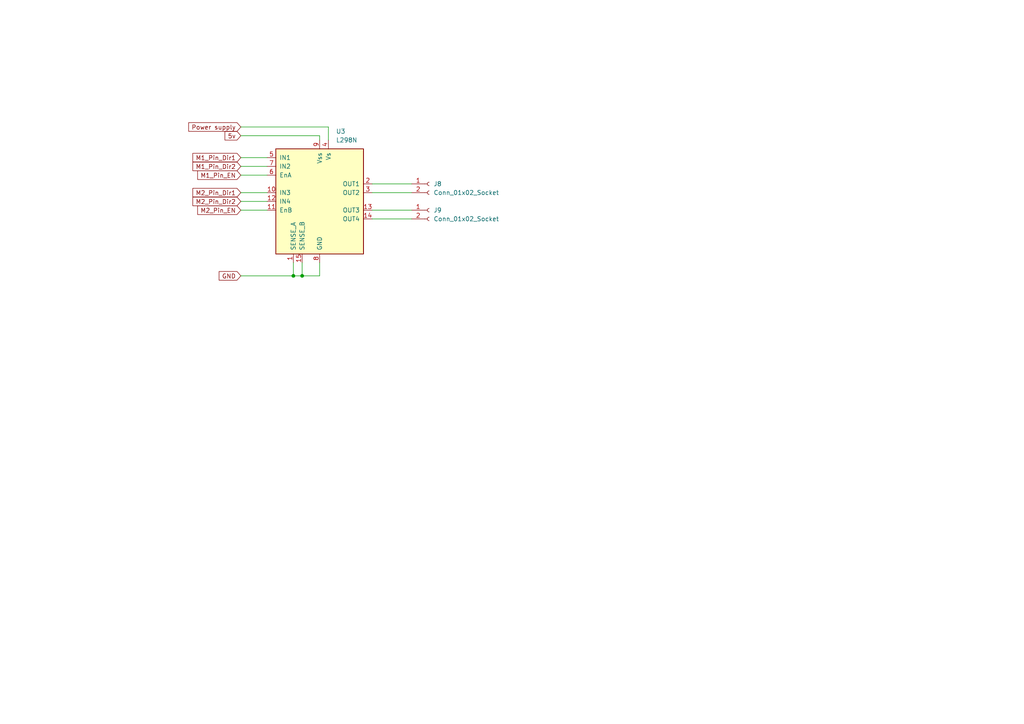
<source format=kicad_sch>
(kicad_sch (version 20231120) (generator "eeschema") (generator_version "8.0")
  (paper "A4")
  (title_block (title "Carte electronique Exodus") (company "Fablab"))
  (lib_symbols
    (symbol "Connector:Conn_01x02_Socket" (pin_names (offset 1.016) hide)
      (property "Reference" "J" (at 0 2.54 0))
      (property "Value" "Conn_01x02_Socket" (at 0 -5.08 0))
      (symbol "Conn_01x02_Socket_1_1"
        (arc (start 0 -2.032) (mid -0.5058 -2.54) (end 0 -3.048) (stroke (width 0.1524)))
        (polyline (pts (xy -1.27 -2.54) (xy -0.508 -2.54)) (stroke (width 0.1524)))
        (polyline (pts (xy -1.27 0) (xy -0.508 0)) (stroke (width 0.1524)))
        (arc (start 0 0.508) (mid -0.5058 0) (end 0 -0.508) (stroke (width 0.1524)))
        (pin passive line (at -5.08 0 0) (length 3.81) (name "Pin_1") (number "1"))
        (pin passive line (at -5.08 -2.54 0) (length 3.81) (name "Pin_2") (number "2"))
      )
    )
    (symbol "Driver_Motor:L298N" (pin_names (offset 1.016))
      (property "Reference" "U" (at -10.16 16.51 0))
      (property "Value" "L298N" (at 12.7 16.51 0))
      (symbol "L298N_0_1"
        (rectangle (start -12.7 15.24) (end 12.7 -15.24) (stroke (width 0.254)) (fill (type background)))
      )
      (symbol "L298N_1_1"
        (pin power_in line (at -7.62 -17.78 90) (length 2.54) (name "SENSE_A") (number "1"))
        (pin input line (at -15.24 2.54 0) (length 2.54) (name "IN3") (number "10"))
        (pin input line (at -15.24 -2.54 0) (length 2.54) (name "EnB") (number "11"))
        (pin input line (at -15.24 0 0) (length 2.54) (name "IN4") (number "12"))
        (pin output line (at 15.24 -2.54 180) (length 2.54) (name "OUT3") (number "13"))
        (pin output line (at 15.24 -5.08 180) (length 2.54) (name "OUT4") (number "14"))
        (pin power_in line (at -5.08 -17.78 90) (length 2.54) (name "SENSE_B") (number "15"))
        (pin output line (at 15.24 5.08 180) (length 2.54) (name "OUT1") (number "2"))
        (pin output line (at 15.24 2.54 180) (length 2.54) (name "OUT2") (number "3"))
        (pin power_in line (at 2.54 17.78 270) (length 2.54) (name "Vs") (number "4"))
        (pin input line (at -15.24 12.7 0) (length 2.54) (name "IN1") (number "5"))
        (pin input line (at -15.24 7.62 0) (length 2.54) (name "EnA") (number "6"))
        (pin input line (at -15.24 10.16 0) (length 2.54) (name "IN2") (number "7"))
        (pin power_in line (at 0 -17.78 90) (length 2.54) (name "GND") (number "8"))
        (pin power_in line (at 0 17.78 270) (length 2.54) (name "Vss") (number "9"))
      )
    )
  )
  (junction (at 85.09 80.01))
  (junction (at 87.63 80.01))
  (wire (pts (xy 69.85 45.72) (xy 77.47 45.72)))
  (wire (pts (xy 107.95 60.96) (xy 119.38 60.96)))
  (wire (pts (xy 85.09 80.01) (xy 87.63 80.01)))
  (wire (pts (xy 69.85 80.01) (xy 85.09 80.01)))
  (wire (pts (xy 107.95 63.5) (xy 119.38 63.5)))
  (wire (pts (xy 69.85 36.83) (xy 95.25 36.83)))
  (wire (pts (xy 87.63 80.01) (xy 87.63 76.2)))
  (wire (pts (xy 69.85 58.42) (xy 77.47 58.42)))
  (wire (pts (xy 92.71 80.01) (xy 92.71 76.2)))
  (wire (pts (xy 69.85 55.88) (xy 77.47 55.88)))
  (wire (pts (xy 87.63 80.01) (xy 92.71 80.01)))
  (wire (pts (xy 69.85 60.96) (xy 77.47 60.96)))
  (wire (pts (xy 85.09 80.01) (xy 85.09 76.2)))
  (wire (pts (xy 69.85 39.37) (xy 92.71 39.37)))
  (wire (pts (xy 107.95 53.34) (xy 119.38 53.34)))
  (wire (pts (xy 92.71 39.37) (xy 92.71 40.64)))
  (wire (pts (xy 107.95 55.88) (xy 119.38 55.88)))
  (wire (pts (xy 95.25 36.83) (xy 95.25 40.64)))
  (wire (pts (xy 69.85 50.8) (xy 77.47 50.8)))
  (wire (pts (xy 69.85 48.26) (xy 77.47 48.26)))
  (global_label "M1_Pin_Dir1" (shape input) (at 69.85 45.72 180) (property "Intersheetrefs" "${INTERSHEET_REFS}" (effects (hide yes))))
  (global_label "Power supply" (shape input) (at 69.85 36.83 180) (property "Intersheetrefs" "${INTERSHEET_REFS}" (effects (hide yes))))
  (global_label "5v" (shape input) (at 69.85 39.37 180) (property "Intersheetrefs" "${INTERSHEET_REFS}" (effects (hide yes))))
  (global_label "M2_Pin_Dir2" (shape input) (at 69.85 58.42 180) (property "Intersheetrefs" "${INTERSHEET_REFS}" (effects (hide yes))))
  (global_label "M2_Pin_Dir1" (shape input) (at 69.85 55.88 180) (property "Intersheetrefs" "${INTERSHEET_REFS}" (effects (hide yes))))
  (global_label "M2_Pin_EN" (shape input) (at 69.85 60.96 180) (property "Intersheetrefs" "${INTERSHEET_REFS}" (effects (hide yes))))
  (global_label "M1_Pin_Dir2" (shape input) (at 69.85 48.26 180) (property "Intersheetrefs" "${INTERSHEET_REFS}" (effects (hide yes))))
  (global_label "M1_Pin_EN" (shape input) (at 69.85 50.8 180) (property "Intersheetrefs" "${INTERSHEET_REFS}" (effects (hide yes))))
  (global_label "GND" (shape input) (at 69.85 80.01 180) (property "Intersheetrefs" "${INTERSHEET_REFS}" (effects (hide yes))))
  (symbol (lib_id "Driver_Motor:L298N") (at 92.71 58.42 0) (unit 1)
    (property "Reference" "U3" (at 97.4441 38.1 0) (effects (justify left)))
    (property "Value" "L298N" (at 97.4441 40.64 0) (effects (justify left)))
    (property "Footprint" "Package_TO_SOT_THT:TO-220-15_P2.54x2.54mm_StaggerOdd_Lead4.58mm_Vertical" (effects (hide yes)))
    (property "Datasheet" "http://www.st.com/st-web-ui/static/active/en/resource/technical/document/datasheet/CD00000240.pdf" (effects (hide yes)))
    (property "Description" "Dual full bridge motor driver, up to 46V, 4A, Multiwatt15-V" (effects (hide yes)))
  )
  (symbol (lib_id "Connector:Conn_01x02_Socket") (at 124.46 53.34 0) (unit 1)
    (property "Reference" "J8" (at 125.73 53.3399 0) (effects (justify left)))
    (property "Value" "Conn_01x02_Socket" (at 125.73 55.8799 0) (effects (justify left)))
    (property "Footprint" "TerminalBlock:TerminalBlock_bornier-2_P5.08mm" (effects (hide yes)))
    (property "Description" "Generic connector, single row, 01x02, script generated" (effects (hide yes)))
  )
  (symbol (lib_id "Connector:Conn_01x02_Socket") (at 124.46 60.96 0) (unit 1)
    (property "Reference" "J9" (at 125.73 60.9599 0) (effects (justify left)))
    (property "Value" "Conn_01x02_Socket" (at 125.73 63.4999 0) (effects (justify left)))
    (property "Footprint" "TerminalBlock:TerminalBlock_bornier-2_P5.08mm" (effects (hide yes)))
    (property "Description" "Generic connector, single row, 01x02, script generated" (effects (hide yes)))
  )
)
</source>
